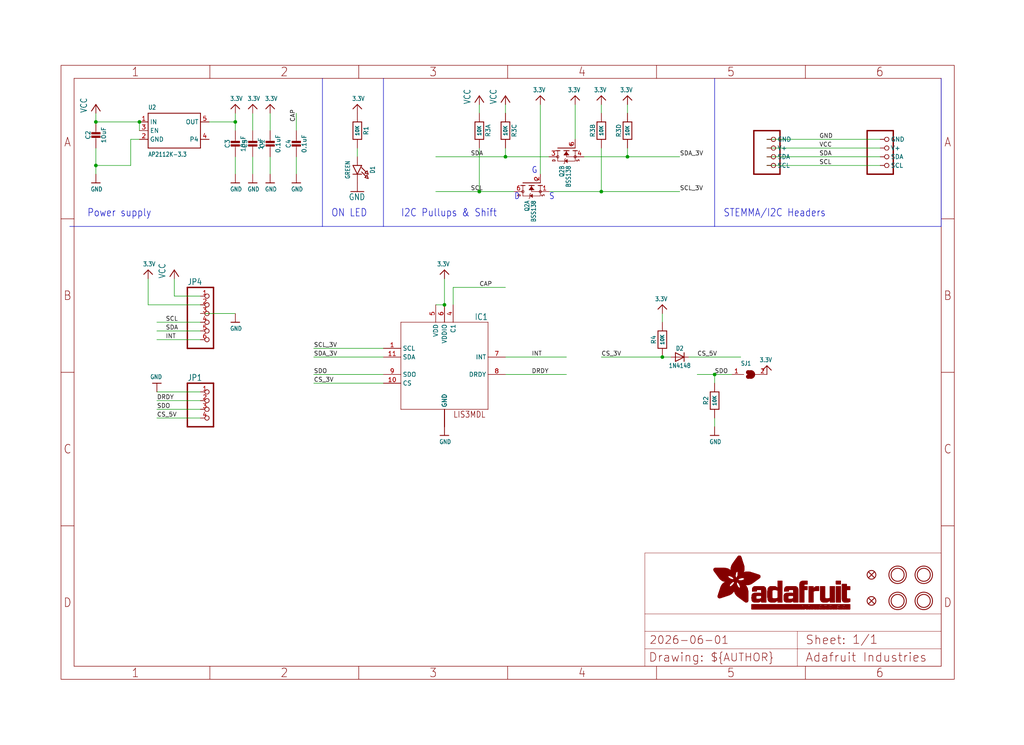
<source format=kicad_sch>
(kicad_sch (version 20230121) (generator eeschema)
  (paper "User" 298.45 217.322)
  (lib_symbols
    (symbol "working-eagle-import:3.3V" (power)
      (property "Value" "3.3V" (at -1.524 1.016 0))
      (symbol "3.3V_1_0"
        (pin power_in line (at 0 -2.54 90) (length 2.54) (name "3.3V") (number "1"))
      )
    )
    (symbol "working-eagle-import:CAP_CERAMIC0603_NO"
      (property "Reference" "C" (at -2.29 1.25 90))
      (symbol "CAP_CERAMIC0603_NO_1_0"
        (pin passive line (at 0 5.08 270) (length 2.54) (name "1") (number "1"))
        (pin passive line (at 0 -2.54 90) (length 2.54) (name "2") (number "2"))
      )
    )
    (symbol "working-eagle-import:CAP_CERAMIC0805-NOOUTLINE"
      (property "Reference" "C" (at -2.29 1.25 90))
      (symbol "CAP_CERAMIC0805-NOOUTLINE_1_0"
        (pin passive line (at 0 5.08 270) (length 2.54) (name "1") (number "1"))
        (pin passive line (at 0 -2.54 90) (length 2.54) (name "2") (number "2"))
      )
    )
    (symbol "working-eagle-import:DIODESOD-323"
      (property "Reference" "D" (at 0 2.54 0))
      (symbol "DIODESOD-323_1_0"
        (pin passive line (at -2.54 0 0) (length 2.54) (name "A") (number "A"))
        (pin passive line (at 2.54 0 180) (length 2.54) (name "C") (number "C"))
      )
    )
    (symbol "working-eagle-import:FIDUCIAL_1MM")
    (symbol "working-eagle-import:FRAME_A4_ADAFRUIT"
      (symbol "FRAME_A4_ADAFRUIT_1_0"
        (text "${#}/${##}" (at 230.505 10.16 0) (effects (font (size 2.54 2.54)) (justify left bottom)))
        (text "${AUTHOR}" (at 189.23 5.08 0) (effects (font (size 2.286 2.286)) (justify left bottom)))
        (text "${CURRENT_DATE}" (at 171.45 10.16 0) (effects (font (size 2.286 2.286)) (justify left bottom)))
        (text "${PROJECTNAME}" (at 171.45 15.24 0) (effects (font (size 2.54 2.54)) (justify left bottom)))
        (text "1" (at 21.6958 1.905 0) (effects (font (size 2.54 2.286))))
        (text "1" (at 21.6958 177.165 0) (effects (font (size 2.54 2.286))))
        (text "2" (at 65.0875 1.905 0) (effects (font (size 2.54 2.286))))
        (text "2" (at 65.0875 177.165 0) (effects (font (size 2.54 2.286))))
        (text "3" (at 108.4792 1.905 0) (effects (font (size 2.54 2.286))))
        (text "3" (at 108.4792 177.165 0) (effects (font (size 2.54 2.286))))
        (text "4" (at 151.8708 1.905 0) (effects (font (size 2.54 2.286))))
        (text "4" (at 151.8708 177.165 0) (effects (font (size 2.54 2.286))))
        (text "5" (at 195.2625 1.905 0) (effects (font (size 2.54 2.286))))
        (text "5" (at 195.2625 177.165 0) (effects (font (size 2.54 2.286))))
        (text "6" (at 238.6542 1.905 0) (effects (font (size 2.54 2.286))))
        (text "6" (at 238.6542 177.165 0) (effects (font (size 2.54 2.286))))
        (text "A" (at 1.905 156.6863 0) (effects (font (size 2.54 2.286))))
        (text "A" (at 258.445 156.6863 0) (effects (font (size 2.54 2.286))))
        (text "Adafruit Industries" (at 216.916 4.953 0) (effects (font (size 2.54 2.54)) (justify left bottom)))
        (text "B" (at 1.905 111.9188 0) (effects (font (size 2.54 2.286))))
        (text "B" (at 258.445 111.9188 0) (effects (font (size 2.54 2.286))))
        (text "C" (at 1.905 67.1513 0) (effects (font (size 2.54 2.286))))
        (text "C" (at 258.445 67.1513 0) (effects (font (size 2.54 2.286))))
        (text "D" (at 1.905 22.3838 0) (effects (font (size 2.54 2.286))))
        (text "D" (at 258.445 22.3838 0) (effects (font (size 2.54 2.286))))
        (text "Drawing:" (at 171.196 4.953 0) (effects (font (size 2.54 2.54)) (justify left bottom)))
        (text "Sheet:" (at 216.916 10.033 0) (effects (font (size 2.54 2.54)) (justify left bottom)))
      )
    )
    (symbol "working-eagle-import:GND" (power)
      (property "Value" "GND" (at -1.524 -2.54 0))
      (symbol "GND_1_0"
        (pin power_in line (at 0 2.54 270) (length 2.54) (name "GND") (number "1"))
      )
    )
    (symbol "working-eagle-import:HEADER-1X4ROUND"
      (property "Reference" "JP" (at -6.35 8.255 0))
      (symbol "HEADER-1X4ROUND_1_0"
        (pin passive inverted (at -2.54 5.08 0) (length 2.54) (name "1") (number "1"))
        (pin passive inverted (at -2.54 2.54 0) (length 2.54) (name "2") (number "2"))
        (pin passive inverted (at -2.54 0 0) (length 2.54) (name "3") (number "3"))
        (pin passive inverted (at -2.54 -2.54 0) (length 2.54) (name "4") (number "4"))
      )
    )
    (symbol "working-eagle-import:HEADER-1X670MIL"
      (property "Reference" "JP" (at -6.35 10.795 0))
      (symbol "HEADER-1X670MIL_1_0"
        (pin passive inverted (at -2.54 7.62 0) (length 2.54) (name "1") (number "1"))
        (pin passive inverted (at -2.54 5.08 0) (length 2.54) (name "2") (number "2"))
        (pin passive inverted (at -2.54 2.54 0) (length 2.54) (name "3") (number "3"))
        (pin passive inverted (at -2.54 0 0) (length 2.54) (name "4") (number "4"))
        (pin passive inverted (at -2.54 -2.54 0) (length 2.54) (name "5") (number "5"))
        (pin passive inverted (at -2.54 -5.08 0) (length 2.54) (name "6") (number "6"))
      )
    )
    (symbol "working-eagle-import:LED0603_NOOUTLINE"
      (property "Reference" "D" (at -1.27 4.445 0))
      (symbol "LED0603_NOOUTLINE_1_0"
        (pin passive line (at -5.08 0 0) (length 2.54) (name "A") (number "A"))
        (pin passive line (at 2.54 0 180) (length 2.54) (name "C") (number "C"))
      )
    )
    (symbol "working-eagle-import:LIS3MDL"
      (property "Reference" "IC" (at 12.7 15.24 0))
      (symbol "LIS3MDL_1_0"
        (text "LIS3MDL" (at 2.54 -15.24 0) (effects (font (size 1.778 1.5113)) (justify left bottom)))
        (pin input line (at -17.78 5.08 0) (length 5.08) (name "SCL") (number "1"))
        (pin input line (at -17.78 -5.08 0) (length 5.08) (name "CS") (number "10"))
        (pin bidirectional line (at -17.78 2.54 0) (length 5.08) (name "SDA") (number "11"))
        (pin power_in line (at 0 -17.78 90) (length 5.08) (name "GND") (number "12"))
        (pin power_in line (at 0 -17.78 90) (length 5.08) (name "GND") (number "2"))
        (pin power_in line (at 0 -17.78 90) (length 5.08) (name "GND") (number "3"))
        (pin input line (at 2.54 17.78 270) (length 5.08) (name "C1") (number "4"))
        (pin power_in line (at -2.54 17.78 270) (length 5.08) (name "VDD") (number "5"))
        (pin power_in line (at 0 17.78 270) (length 5.08) (name "VDDIO") (number "6"))
        (pin output line (at 17.78 2.54 180) (length 5.08) (name "INT") (number "7"))
        (pin output line (at 17.78 -2.54 180) (length 5.08) (name "DRDY") (number "8"))
        (pin bidirectional line (at -17.78 -2.54 0) (length 5.08) (name "SDO") (number "9"))
      )
    )
    (symbol "working-eagle-import:MOSFET-N_DUAL"
      (property "Reference" "Q" (at 5.08 0.635 0))
      (symbol "MOSFET-N_DUAL_1_0"
        (text "D" (at 3.175 3.175 0) (effects (font (size 0.8128 0.6908)) (justify left bottom)))
        (text "G" (at -1.27 -1.905 0) (effects (font (size 0.8128 0.6908)) (justify left bottom)))
        (text "S" (at 3.175 -3.81 0) (effects (font (size 0.8128 0.6908)) (justify left bottom)))
        (pin bidirectional line (at 2.54 -5.08 90) (length 2.54) (name "S") (number "1"))
        (pin bidirectional line (at -2.54 -2.54 0) (length 2.54) (name "G") (number "2"))
        (pin bidirectional line (at 2.54 5.08 270) (length 2.54) (name "D") (number "6"))
      )
      (symbol "MOSFET-N_DUAL_2_0"
        (text "D" (at 3.175 3.175 0) (effects (font (size 0.8128 0.6908)) (justify left bottom)))
        (text "G" (at -1.27 -1.905 0) (effects (font (size 0.8128 0.6908)) (justify left bottom)))
        (text "S" (at 3.175 -3.81 0) (effects (font (size 0.8128 0.6908)) (justify left bottom)))
        (pin bidirectional line (at 2.54 5.08 270) (length 2.54) (name "D") (number "3"))
        (pin bidirectional line (at 2.54 -5.08 90) (length 2.54) (name "S") (number "4"))
        (pin bidirectional line (at -2.54 -2.54 0) (length 2.54) (name "G") (number "5"))
      )
    )
    (symbol "working-eagle-import:MOUNTINGHOLE2.5")
    (symbol "working-eagle-import:RESISTOR_0603_NOOUT"
      (property "Reference" "R" (at 0 2.54 0))
      (symbol "RESISTOR_0603_NOOUT_1_0"
        (pin passive line (at -5.08 0 0) (length 2.54) (name "1") (number "1"))
        (pin passive line (at 5.08 0 180) (length 2.54) (name "2") (number "2"))
      )
    )
    (symbol "working-eagle-import:RESISTOR_4PACK"
      (property "Reference" "R" (at 0 2.54 0))
      (symbol "RESISTOR_4PACK_1_0"
        (pin passive line (at -5.08 0 0) (length 2.54) (name "1") (number "1"))
        (pin passive line (at 5.08 0 180) (length 2.54) (name "2") (number "8"))
      )
      (symbol "RESISTOR_4PACK_2_0"
        (pin passive line (at -5.08 0 0) (length 2.54) (name "1") (number "2"))
        (pin passive line (at 5.08 0 180) (length 2.54) (name "2") (number "7"))
      )
      (symbol "RESISTOR_4PACK_3_0"
        (pin passive line (at -5.08 0 0) (length 2.54) (name "1") (number "3"))
        (pin passive line (at 5.08 0 180) (length 2.54) (name "2") (number "6"))
      )
      (symbol "RESISTOR_4PACK_4_0"
        (pin passive line (at -5.08 0 0) (length 2.54) (name "1") (number "4"))
        (pin passive line (at 5.08 0 180) (length 2.54) (name "2") (number "5"))
      )
    )
    (symbol "working-eagle-import:SOLDERJUMPER"
      (property "Reference" "SJ" (at -2.54 2.54 0))
      (symbol "SOLDERJUMPER_1_0"
        (pin passive line (at -5.08 0 0) (length 2.54) (name "1") (number "1"))
        (pin passive line (at 5.08 0 180) (length 2.54) (name "2") (number "2"))
      )
    )
    (symbol "working-eagle-import:STEMMA_I2C_QT"
      (symbol "STEMMA_I2C_QT_1_0"
        (pin passive inverted (at 0 5.08 0) (length 2.54) (name "GND") (number "1"))
        (pin passive inverted (at 0 2.54 0) (length 2.54) (name "V+") (number "2"))
        (pin passive inverted (at 0 0 0) (length 2.54) (name "SDA") (number "3"))
        (pin passive inverted (at 0 -2.54 0) (length 2.54) (name "SCL") (number "4"))
      )
      (symbol "STEMMA_I2C_QT_2_0"
        (pin bidirectional line (at 0 0 0) (length 5.08) (name "MT") (number "MT1"))
      )
      (symbol "STEMMA_I2C_QT_3_0"
        (pin bidirectional line (at 0 0 0) (length 5.08) (name "MT") (number "MT2"))
      )
    )
    (symbol "working-eagle-import:VCC" (power)
      (property "Value" "VCC" (at -2.54 -2.54 90))
      (symbol "VCC_1_0"
        (pin power_in line (at 0 -2.54 90) (length 2.54) (name "VCC") (number "1"))
      )
    )
    (symbol "working-eagle-import:VREG_SOT23-5"
      (property "Reference" "U" (at -7.62 6.096 0))
      (symbol "VREG_SOT23-5_1_0"
        (pin power_in line (at -10.16 2.54 0) (length 2.54) (name "IN") (number "1"))
        (pin power_in line (at -10.16 -2.54 0) (length 2.54) (name "GND") (number "2"))
        (pin input line (at -10.16 0 0) (length 2.54) (name "EN") (number "3"))
        (pin bidirectional line (at 10.16 -2.54 180) (length 2.54) (name "P4") (number "4"))
        (pin power_in line (at 10.16 2.54 180) (length 2.54) (name "OUT") (number "5"))
      )
    )
    (symbol "working-eagle-import:supply1_GND" (power)
      (property "Value" "supply1_GND" (at -2.54 -2.54 0))
      (symbol "supply1_GND_1_0"
        (pin power_in line (at 0 2.54 270) (length 2.54) (name "GND") (number "1"))
      )
    )
  )
  (junction (at 27.94 35.56))
  (junction (at 27.94 48.26))
  (junction (at 129.54 88.9))
  (junction (at 193.04 104.14))
  (junction (at 182.88 45.72))
  (junction (at 40.64 35.56))
  (junction (at 208.28 109.22))
  (junction (at 139.7 55.88))
  (junction (at 147.32 45.72))
  (junction (at 175.26 55.88))
  (junction (at 68.58 35.56))
  (wire (pts (xy 139.7 55.88) (xy 127 55.88)) (stroke (width 0.1524)))
  (polyline (pts (xy 20.32 66.04) (xy 93.98 66.04)) (stroke (width 0.1524) (type solid)))
  (wire (pts (xy 208.28 111.76) (xy 208.28 109.22)) (stroke (width 0.1524)))
  (wire (pts (xy 38.1 48.26) (xy 27.94 48.26)) (stroke (width 0.1524)))
  (wire (pts (xy 132.08 88.9) (xy 132.08 83.82)) (stroke (width 0.1524)))
  (wire (pts (xy 50.8 86.36) (xy 50.8 81.28)) (stroke (width 0.1524)))
  (polyline (pts (xy 93.98 66.04) (xy 111.76 66.04)) (stroke (width 0.1524) (type solid)))
  (wire (pts (xy 223.52 43.18) (xy 256.54 43.18)) (stroke (width 0.1524)))
  (wire (pts (xy 167.64 40.64) (xy 167.64 30.48)) (stroke (width 0.1524)))
  (polyline (pts (xy 111.76 22.86) (xy 111.76 66.04)) (stroke (width 0.1524) (type solid)))
  (wire (pts (xy 111.76 109.22) (xy 91.44 109.22)) (stroke (width 0.1524)))
  (wire (pts (xy 208.28 109.22) (xy 203.2 109.22)) (stroke (width 0.1524)))
  (wire (pts (xy 58.42 88.9) (xy 43.18 88.9)) (stroke (width 0.1524)))
  (wire (pts (xy 58.42 116.84) (xy 45.72 116.84)) (stroke (width 0.1524)))
  (wire (pts (xy 68.58 35.56) (xy 68.58 33.02)) (stroke (width 0.1524)))
  (wire (pts (xy 200.66 104.14) (xy 215.9 104.14)) (stroke (width 0.1524)))
  (wire (pts (xy 165.1 109.22) (xy 147.32 109.22)) (stroke (width 0.1524)))
  (wire (pts (xy 182.88 43.18) (xy 182.88 45.72)) (stroke (width 0.1524)))
  (wire (pts (xy 147.32 33.02) (xy 147.32 30.48)) (stroke (width 0.1524)))
  (wire (pts (xy 127 88.9) (xy 129.54 88.9)) (stroke (width 0.1524)))
  (wire (pts (xy 139.7 43.18) (xy 139.7 55.88)) (stroke (width 0.1524)))
  (polyline (pts (xy 111.76 66.04) (xy 208.28 66.04)) (stroke (width 0.1524) (type solid)))
  (wire (pts (xy 45.72 114.3) (xy 58.42 114.3)) (stroke (width 0.1524)))
  (wire (pts (xy 40.64 40.64) (xy 38.1 40.64)) (stroke (width 0.1524)))
  (wire (pts (xy 27.94 48.26) (xy 27.94 43.18)) (stroke (width 0.1524)))
  (wire (pts (xy 27.94 33.02) (xy 27.94 35.56)) (stroke (width 0.1524)))
  (wire (pts (xy 175.26 55.88) (xy 198.12 55.88)) (stroke (width 0.1524)))
  (wire (pts (xy 86.36 45.72) (xy 86.36 50.8)) (stroke (width 0.1524)))
  (wire (pts (xy 193.04 104.14) (xy 175.26 104.14)) (stroke (width 0.1524)))
  (wire (pts (xy 58.42 91.44) (xy 68.58 91.44)) (stroke (width 0.1524)))
  (wire (pts (xy 175.26 33.02) (xy 175.26 30.48)) (stroke (width 0.1524)))
  (wire (pts (xy 40.64 38.1) (xy 40.64 35.56)) (stroke (width 0.1524)))
  (wire (pts (xy 147.32 104.14) (xy 165.1 104.14)) (stroke (width 0.1524)))
  (wire (pts (xy 86.36 33.02) (xy 86.36 38.1)) (stroke (width 0.1524)))
  (wire (pts (xy 160.02 45.72) (xy 147.32 45.72)) (stroke (width 0.1524)))
  (polyline (pts (xy 274.32 22.86) (xy 274.32 66.04)) (stroke (width 0.1524) (type solid)))
  (wire (pts (xy 58.42 121.92) (xy 45.72 121.92)) (stroke (width 0.1524)))
  (wire (pts (xy 91.44 104.14) (xy 111.76 104.14)) (stroke (width 0.1524)))
  (wire (pts (xy 43.18 88.9) (xy 43.18 81.28)) (stroke (width 0.1524)))
  (wire (pts (xy 193.04 93.98) (xy 193.04 91.44)) (stroke (width 0.1524)))
  (wire (pts (xy 139.7 30.48) (xy 139.7 33.02)) (stroke (width 0.1524)))
  (wire (pts (xy 68.58 45.72) (xy 68.58 50.8)) (stroke (width 0.1524)))
  (polyline (pts (xy 93.98 22.86) (xy 93.98 66.04)) (stroke (width 0.1524) (type solid)))
  (wire (pts (xy 111.76 101.6) (xy 91.44 101.6)) (stroke (width 0.1524)))
  (wire (pts (xy 73.66 38.1) (xy 73.66 33.02)) (stroke (width 0.1524)))
  (wire (pts (xy 208.28 109.22) (xy 213.36 109.22)) (stroke (width 0.1524)))
  (wire (pts (xy 149.86 55.88) (xy 139.7 55.88)) (stroke (width 0.1524)))
  (wire (pts (xy 223.52 48.26) (xy 256.54 48.26)) (stroke (width 0.1524)))
  (wire (pts (xy 175.26 43.18) (xy 175.26 55.88)) (stroke (width 0.1524)))
  (wire (pts (xy 58.42 93.98) (xy 45.72 93.98)) (stroke (width 0.1524)))
  (wire (pts (xy 58.42 96.52) (xy 45.72 96.52)) (stroke (width 0.1524)))
  (wire (pts (xy 73.66 45.72) (xy 73.66 50.8)) (stroke (width 0.1524)))
  (wire (pts (xy 38.1 40.64) (xy 38.1 48.26)) (stroke (width 0.1524)))
  (polyline (pts (xy 208.28 22.86) (xy 208.28 66.04)) (stroke (width 0.1524) (type solid)))
  (wire (pts (xy 129.54 88.9) (xy 129.54 81.28)) (stroke (width 0.1524)))
  (wire (pts (xy 104.14 45.72) (xy 104.14 43.18)) (stroke (width 0.1524)))
  (polyline (pts (xy 208.28 66.04) (xy 274.32 66.04)) (stroke (width 0.1524) (type solid)))
  (wire (pts (xy 111.76 111.76) (xy 91.44 111.76)) (stroke (width 0.1524)))
  (wire (pts (xy 68.58 35.56) (xy 68.58 38.1)) (stroke (width 0.1524)))
  (wire (pts (xy 170.18 45.72) (xy 182.88 45.72)) (stroke (width 0.1524)))
  (wire (pts (xy 157.48 50.8) (xy 157.48 30.48)) (stroke (width 0.1524)))
  (wire (pts (xy 208.28 124.46) (xy 208.28 121.92)) (stroke (width 0.1524)))
  (wire (pts (xy 256.54 40.64) (xy 223.52 40.64)) (stroke (width 0.1524)))
  (wire (pts (xy 132.08 83.82) (xy 147.32 83.82)) (stroke (width 0.1524)))
  (wire (pts (xy 256.54 45.72) (xy 223.52 45.72)) (stroke (width 0.1524)))
  (wire (pts (xy 147.32 43.18) (xy 147.32 45.72)) (stroke (width 0.1524)))
  (wire (pts (xy 58.42 86.36) (xy 50.8 86.36)) (stroke (width 0.1524)))
  (wire (pts (xy 78.74 33.02) (xy 78.74 38.1)) (stroke (width 0.1524)))
  (wire (pts (xy 58.42 99.06) (xy 45.72 99.06)) (stroke (width 0.1524)))
  (wire (pts (xy 78.74 45.72) (xy 78.74 50.8)) (stroke (width 0.1524)))
  (wire (pts (xy 58.42 119.38) (xy 45.72 119.38)) (stroke (width 0.1524)))
  (wire (pts (xy 182.88 33.02) (xy 182.88 30.48)) (stroke (width 0.1524)))
  (wire (pts (xy 60.96 35.56) (xy 68.58 35.56)) (stroke (width 0.1524)))
  (wire (pts (xy 40.64 35.56) (xy 27.94 35.56)) (stroke (width 0.1524)))
  (wire (pts (xy 27.94 48.26) (xy 27.94 50.8)) (stroke (width 0.1524)))
  (wire (pts (xy 195.58 104.14) (xy 193.04 104.14)) (stroke (width 0.1524)))
  (wire (pts (xy 147.32 45.72) (xy 127 45.72)) (stroke (width 0.1524)))
  (wire (pts (xy 160.02 55.88) (xy 175.26 55.88)) (stroke (width 0.1524)))
  (wire (pts (xy 182.88 45.72) (xy 198.12 45.72)) (stroke (width 0.1524)))
  (text "Power supply" (at 25.4 63.5 0) (effects (font (size 2.1844 1.8567)) (justify left bottom)))
  (text "ON LED" (at 96.52 63.5 0) (effects (font (size 2.1844 1.8567)) (justify left bottom)))
  (text "STEMMA/I2C Headers" (at 210.82 63.5 0) (effects (font (size 2.1844 1.8567)) (justify left bottom)))
  (text "I2C Pullups & Shift" (at 116.84 63.5 0) (effects (font (size 2.1844 1.8567)) (justify left bottom)))
  (text "G" (at 154.94 50.8 0) (effects (font (size 1.778 1.5113)) (justify left bottom)))
  (text "D" (at 149.86 58.42 0) (effects (font (size 1.778 1.5113)) (justify left bottom)))
  (text "S" (at 160.02 58.42 0) (effects (font (size 1.778 1.5113)) (justify left bottom)))
  (label "SDO" (at 208.28 109.22 0) (effects (font (size 1.2446 1.2446))))
  (label "SDA" (at 48.26 96.52 0) (effects (font (size 1.2446 1.2446))))
  (label "CS_3V" (at 91.44 111.76 0) (effects (font (size 1.2446 1.2446))))
  (label "SCL_3V" (at 91.44 101.6 0) (effects (font (size 1.2446 1.2446))))
  (label "VCC" (at 238.76 43.18 0) (effects (font (size 1.2446 1.2446))))
  (label "SCL" (at 48.26 93.98 0) (effects (font (size 1.2446 1.2446))))
  (label "SDA_3V" (at 198.12 45.72 0) (effects (font (size 1.2446 1.2446))))
  (label "SDA" (at 137.16 45.72 0) (effects (font (size 1.2446 1.2446))))
  (label "CS_3V" (at 175.26 104.14 0) (effects (font (size 1.2446 1.2446))))
  (label "CS_5V" (at 45.72 121.92 0) (effects (font (size 1.2446 1.2446))))
  (label "SCL" (at 238.76 48.26 0) (effects (font (size 1.2446 1.2446))))
  (label "INT" (at 48.26 99.06 0) (effects (font (size 1.2446 1.2446))))
  (label "GND" (at 238.76 40.64 0) (effects (font (size 1.2446 1.2446))))
  (label "SCL_3V" (at 198.12 55.88 0) (effects (font (size 1.2446 1.2446))))
  (label "CS_5V" (at 203.2 104.14 0) (effects (font (size 1.2446 1.2446))))
  (label "SDO" (at 91.44 109.22 0) (effects (font (size 1.2446 1.2446))))
  (label "SDA_3V" (at 91.44 104.14 0) (effects (font (size 1.2446 1.2446))))
  (label "DRDY" (at 45.72 116.84 0) (effects (font (size 1.2446 1.2446))))
  (label "CAP" (at 86.36 35.56 90) (effects (font (size 1.2446 1.2446))))
  (label "INT" (at 154.94 104.14 0) (effects (font (size 1.2446 1.2446))))
  (label "SDO" (at 45.72 119.38 0) (effects (font (size 1.2446 1.2446))))
  (label "SCL" (at 137.16 55.88 0) (effects (font (size 1.2446 1.2446))))
  (label "CAP" (at 139.7 83.82 0) (effects (font (size 1.2446 1.2446))))
  (label "DRDY" (at 154.94 109.22 0) (effects (font (size 1.2446 1.2446))))
  (label "SDA" (at 238.76 45.72 0) (effects (font (size 1.2446 1.2446))))
  (symbol (lib_id "working-eagle-import:RESISTOR_4PACK") (at 139.7 38.1 270) (unit 1)
    (property "Reference" "R3" (at 142.24 38.1 0))
    (property "Value" "10K" (at 139.7 38.1 0) (effects (font (size 1.016 1.016) bold)))
    (property "Footprint" "working:RESPACK_4X0603" (effects hide))
  )
  (symbol (lib_id "working-eagle-import:VCC") (at 139.7 27.94 0) (unit 1)
    (property "Reference" "#P+1" (effects hide))
    (property "Value" "VCC" (at 137.16 30.48 90) (effects (font (size 1.778 1.5113)) (justify left bottom)))
  )
  (symbol (lib_id "working-eagle-import:HEADER-1X670MIL") (at 60.96 93.98 0) (unit 1)
    (property "Reference" "JP4" (at 54.61 83.185 0) (effects (font (size 1.778 1.5113)) (justify left bottom)))
    (property "Value" "HEADER-1X670MIL" (effects hide))
    (property "Footprint" "working:1X06_ROUND_70" (effects hide))
  )
  (symbol (lib_id "working-eagle-import:RESISTOR_0603_NOOUT") (at 104.14 38.1 270) (unit 1)
    (property "Reference" "R1" (at 106.68 38.1 0))
    (property "Value" "10K" (at 104.14 38.1 0) (effects (font (size 1.016 1.016) bold)))
    (property "Footprint" "working:0603-NO" (effects hide))
  )
  (symbol (lib_id "working-eagle-import:3.3V") (at 157.48 27.94 0) (mirror y) (unit 1)
    (property "Reference" "#U$26" (effects hide))
    (property "Value" "3.3V" (at 159.004 26.924 0) (effects (font (size 1.27 1.0795)) (justify left bottom)))
  )
  (symbol (lib_id "working-eagle-import:LIS3MDL") (at 129.54 106.68 0) (unit 1)
    (property "Reference" "IC1" (at 142.24 91.44 0) (effects (font (size 1.778 1.5113)) (justify right top)))
    (property "Value" "LIS3MDL" (effects hide))
    (property "Footprint" "working:LGA12_2X2MM" (effects hide))
  )
  (symbol (lib_id "working-eagle-import:3.3V") (at 78.74 30.48 0) (unit 1)
    (property "Reference" "#U$14" (effects hide))
    (property "Value" "3.3V" (at 77.216 29.464 0) (effects (font (size 1.27 1.0795)) (justify left bottom)))
  )
  (symbol (lib_id "working-eagle-import:3.3V") (at 73.66 30.48 0) (unit 1)
    (property "Reference" "#U$22" (effects hide))
    (property "Value" "3.3V" (at 72.136 29.464 0) (effects (font (size 1.27 1.0795)) (justify left bottom)))
  )
  (symbol (lib_id "working-eagle-import:GND") (at 27.94 53.34 0) (unit 1)
    (property "Reference" "#U$13" (effects hide))
    (property "Value" "GND" (at 26.416 55.88 0) (effects (font (size 1.27 1.0795)) (justify left bottom)))
  )
  (symbol (lib_id "working-eagle-import:3.3V") (at 182.88 27.94 0) (mirror y) (unit 1)
    (property "Reference" "#U$7" (effects hide))
    (property "Value" "3.3V" (at 184.404 26.924 0) (effects (font (size 1.27 1.0795)) (justify left bottom)))
  )
  (symbol (lib_id "working-eagle-import:MOSFET-N_DUAL") (at 154.94 53.34 90) (mirror x) (unit 1)
    (property "Reference" "Q2" (at 154.305 58.42 0) (effects (font (size 1.27 1.0795)) (justify left bottom)))
    (property "Value" "BSS138" (at 156.21 58.42 0) (effects (font (size 1.27 1.0795)) (justify left bottom)))
    (property "Footprint" "working:SOT363" (effects hide))
  )
  (symbol (lib_id "working-eagle-import:CAP_CERAMIC0603_NO") (at 86.36 43.18 0) (unit 1)
    (property "Reference" "C4" (at 84.07 41.93 90))
    (property "Value" "0.1uF" (at 88.66 41.93 90))
    (property "Footprint" "working:0603-NO" (effects hide))
  )
  (symbol (lib_id "working-eagle-import:3.3V") (at 175.26 27.94 0) (mirror y) (unit 1)
    (property "Reference" "#U$24" (effects hide))
    (property "Value" "3.3V" (at 176.784 26.924 0) (effects (font (size 1.27 1.0795)) (justify left bottom)))
  )
  (symbol (lib_id "working-eagle-import:GND") (at 73.66 53.34 0) (unit 1)
    (property "Reference" "#U$27" (effects hide))
    (property "Value" "GND" (at 72.136 55.88 0) (effects (font (size 1.27 1.0795)) (justify left bottom)))
  )
  (symbol (lib_id "working-eagle-import:RESISTOR_4PACK") (at 147.32 38.1 270) (unit 3)
    (property "Reference" "R3" (at 149.86 38.1 0))
    (property "Value" "10K" (at 147.32 38.1 0) (effects (font (size 1.016 1.016) bold)))
    (property "Footprint" "working:RESPACK_4X0603" (effects hide))
  )
  (symbol (lib_id "working-eagle-import:supply1_GND") (at 104.14 55.88 0) (unit 1)
    (property "Reference" "#GND6" (effects hide))
    (property "Value" "GND" (at 101.6 58.42 0) (effects (font (size 1.778 1.5113)) (justify left bottom)))
  )
  (symbol (lib_id "working-eagle-import:GND") (at 68.58 93.98 0) (unit 1)
    (property "Reference" "#U$10" (effects hide))
    (property "Value" "GND" (at 67.056 96.52 0) (effects (font (size 1.27 1.0795)) (justify left bottom)))
  )
  (symbol (lib_id "working-eagle-import:VCC") (at 27.94 30.48 0) (unit 1)
    (property "Reference" "#P+3" (effects hide))
    (property "Value" "VCC" (at 25.4 33.02 90) (effects (font (size 1.778 1.5113)) (justify left bottom)))
  )
  (symbol (lib_id "working-eagle-import:3.3V") (at 68.58 30.48 0) (unit 1)
    (property "Reference" "#U$15" (effects hide))
    (property "Value" "3.3V" (at 67.056 29.464 0) (effects (font (size 1.27 1.0795)) (justify left bottom)))
  )
  (symbol (lib_id "working-eagle-import:HEADER-1X4ROUND") (at 60.96 119.38 0) (unit 1)
    (property "Reference" "JP1" (at 54.61 111.125 0) (effects (font (size 1.778 1.5113)) (justify left bottom)))
    (property "Value" "HEADER-1X4ROUND" (effects hide))
    (property "Footprint" "working:1X04_ROUND" (effects hide))
  )
  (symbol (lib_id "working-eagle-import:3.3V") (at 104.14 30.48 0) (unit 1)
    (property "Reference" "#U$3" (effects hide))
    (property "Value" "3.3V" (at 102.616 29.464 0) (effects (font (size 1.27 1.0795)) (justify left bottom)))
  )
  (symbol (lib_id "working-eagle-import:3.3V") (at 43.18 78.74 0) (unit 1)
    (property "Reference" "#U$16" (effects hide))
    (property "Value" "3.3V" (at 41.656 77.724 0) (effects (font (size 1.27 1.0795)) (justify left bottom)))
  )
  (symbol (lib_id "working-eagle-import:STEMMA_I2C_QT") (at 256.54 45.72 0) (unit 1)
    (property "Reference" "CONN4" (effects hide))
    (property "Value" "STEMMA_I2C_QT" (effects hide))
    (property "Footprint" "working:JST_SH4" (effects hide))
  )
  (symbol (lib_id "working-eagle-import:GND") (at 86.36 53.34 0) (unit 1)
    (property "Reference" "#U$9" (effects hide))
    (property "Value" "GND" (at 84.836 55.88 0) (effects (font (size 1.27 1.0795)) (justify left bottom)))
  )
  (symbol (lib_id "working-eagle-import:SOLDERJUMPER") (at 218.44 109.22 0) (unit 1)
    (property "Reference" "SJ1" (at 215.9 106.68 0) (effects (font (size 1.27 1.0795)) (justify left bottom)))
    (property "Value" "SOLDERJUMPER" (effects hide))
    (property "Footprint" "working:SOLDERJUMPER_ARROW_NOPASTE" (effects hide))
  )
  (symbol (lib_id "working-eagle-import:GND") (at 208.28 127 0) (unit 1)
    (property "Reference" "#U$20" (effects hide))
    (property "Value" "GND" (at 206.756 129.54 0) (effects (font (size 1.27 1.0795)) (justify left bottom)))
  )
  (symbol (lib_id "working-eagle-import:RESISTOR_0603_NOOUT") (at 208.28 116.84 90) (unit 1)
    (property "Reference" "R2" (at 205.74 116.84 0))
    (property "Value" "10K" (at 208.28 116.84 0) (effects (font (size 1.016 1.016) bold)))
    (property "Footprint" "working:0603-NO" (effects hide))
  )
  (symbol (lib_id "working-eagle-import:GND") (at 129.54 127 0) (unit 1)
    (property "Reference" "#U$2" (effects hide))
    (property "Value" "GND" (at 128.016 129.54 0) (effects (font (size 1.27 1.0795)) (justify left bottom)))
  )
  (symbol (lib_id "working-eagle-import:VCC") (at 147.32 27.94 0) (unit 1)
    (property "Reference" "#P+2" (effects hide))
    (property "Value" "VCC" (at 144.78 30.48 90) (effects (font (size 1.778 1.5113)) (justify left bottom)))
  )
  (symbol (lib_id "working-eagle-import:FIDUCIAL_1MM") (at 254 167.64 0) (unit 1)
    (property "Reference" "FID4" (effects hide))
    (property "Value" "FIDUCIAL_1MM" (effects hide))
    (property "Footprint" "working:FIDUCIAL_1MM" (effects hide))
  )
  (symbol (lib_id "working-eagle-import:RESISTOR_4PACK") (at 182.88 38.1 90) (mirror x) (unit 4)
    (property "Reference" "R3" (at 180.34 38.1 0))
    (property "Value" "10K" (at 182.88 38.1 0) (effects (font (size 1.016 1.016) bold)))
    (property "Footprint" "working:RESPACK_4X0603" (effects hide))
  )
  (symbol (lib_id "working-eagle-import:FRAME_A4_ADAFRUIT") (at 17.78 198.12 0) (unit 1)
    (property "Reference" "#U$18" (effects hide))
    (property "Value" "FRAME_A4_ADAFRUIT" (effects hide))
  )
  (symbol (lib_id "working-eagle-import:CAP_CERAMIC0805-NOOUTLINE") (at 68.58 43.18 0) (unit 1)
    (property "Reference" "C3" (at 66.29 41.93 90))
    (property "Value" "10uF" (at 70.88 41.93 90))
    (property "Footprint" "working:0805-NO" (effects hide))
  )
  (symbol (lib_id "working-eagle-import:MOUNTINGHOLE2.5") (at 261.62 167.64 0) (unit 1)
    (property "Reference" "U$17" (effects hide))
    (property "Value" "MOUNTINGHOLE2.5" (effects hide))
    (property "Footprint" "working:MOUNTINGHOLE_2.5_PLATED" (effects hide))
  )
  (symbol (lib_id "working-eagle-import:3.3V") (at 129.54 78.74 0) (mirror y) (unit 1)
    (property "Reference" "#U$4" (effects hide))
    (property "Value" "3.3V" (at 131.064 77.724 0) (effects (font (size 1.27 1.0795)) (justify left bottom)))
  )
  (symbol (lib_id "working-eagle-import:MOUNTINGHOLE2.5") (at 269.24 167.64 0) (unit 1)
    (property "Reference" "U$19" (effects hide))
    (property "Value" "MOUNTINGHOLE2.5" (effects hide))
    (property "Footprint" "working:MOUNTINGHOLE_2.5_PLATED" (effects hide))
  )
  (symbol (lib_id "working-eagle-import:GND") (at 78.74 53.34 0) (unit 1)
    (property "Reference" "#U$6" (effects hide))
    (property "Value" "GND" (at 77.216 55.88 0) (effects (font (size 1.27 1.0795)) (justify left bottom)))
  )
  (symbol (lib_id "working-eagle-import:3.3V") (at 193.04 88.9 0) (mirror y) (unit 1)
    (property "Reference" "#U$12" (effects hide))
    (property "Value" "3.3V" (at 194.564 87.884 0) (effects (font (size 1.27 1.0795)) (justify left bottom)))
  )
  (symbol (lib_id "working-eagle-import:3.3V") (at 167.64 27.94 0) (mirror y) (unit 1)
    (property "Reference" "#U$23" (effects hide))
    (property "Value" "3.3V" (at 169.164 26.924 0) (effects (font (size 1.27 1.0795)) (justify left bottom)))
  )
  (symbol (lib_id "working-eagle-import:DIODESOD-323") (at 198.12 104.14 0) (unit 1)
    (property "Reference" "D2" (at 198.12 101.6 0) (effects (font (size 1.27 1.0795))))
    (property "Value" "1N4148" (at 198.12 106.64 0) (effects (font (size 1.27 1.0795))))
    (property "Footprint" "working:SOD-323" (effects hide))
  )
  (symbol (lib_id "working-eagle-import:RESISTOR_4PACK") (at 175.26 38.1 90) (mirror x) (unit 2)
    (property "Reference" "R3" (at 172.72 38.1 0))
    (property "Value" "10K" (at 175.26 38.1 0) (effects (font (size 1.016 1.016) bold)))
    (property "Footprint" "working:RESPACK_4X0603" (effects hide))
  )
  (symbol (lib_id "working-eagle-import:RESISTOR_0603_NOOUT") (at 193.04 99.06 90) (unit 1)
    (property "Reference" "R4" (at 190.5 99.06 0))
    (property "Value" "10K" (at 193.04 99.06 0) (effects (font (size 1.016 1.016) bold)))
    (property "Footprint" "working:0603-NO" (effects hide))
  )
  (symbol (lib_id "working-eagle-import:MOUNTINGHOLE2.5") (at 261.62 175.26 0) (unit 1)
    (property "Reference" "U$1" (effects hide))
    (property "Value" "MOUNTINGHOLE2.5" (effects hide))
    (property "Footprint" "working:MOUNTINGHOLE_2.5_PLATED" (effects hide))
  )
  (symbol (lib_id "working-eagle-import:VCC") (at 50.8 78.74 0) (unit 1)
    (property "Reference" "#P+4" (effects hide))
    (property "Value" "VCC" (at 48.26 81.28 90) (effects (font (size 1.778 1.5113)) (justify left bottom)))
  )
  (symbol (lib_id "working-eagle-import:MOUNTINGHOLE2.5") (at 269.24 175.26 0) (unit 1)
    (property "Reference" "U$21" (effects hide))
    (property "Value" "MOUNTINGHOLE2.5" (effects hide))
    (property "Footprint" "working:MOUNTINGHOLE_2.5_PLATED" (effects hide))
  )
  (symbol (lib_id "working-eagle-import:VREG_SOT23-5") (at 50.8 38.1 0) (unit 1)
    (property "Reference" "U2" (at 43.18 32.004 0) (effects (font (size 1.27 1.0795)) (justify left bottom)))
    (property "Value" "AP2112K-3.3" (at 43.18 45.72 0) (effects (font (size 1.27 1.0795)) (justify left bottom)))
    (property "Footprint" "working:SOT23-5" (effects hide))
  )
  (symbol (lib_id "working-eagle-import:CAP_CERAMIC0603_NO") (at 78.74 43.18 0) (unit 1)
    (property "Reference" "C1" (at 76.45 41.93 90))
    (property "Value" "0.1uF" (at 81.04 41.93 90))
    (property "Footprint" "working:0603-NO" (effects hide))
  )
  (symbol (lib_id "working-eagle-import:CAP_CERAMIC0805-NOOUTLINE") (at 27.94 40.64 0) (unit 1)
    (property "Reference" "C2" (at 25.65 39.39 90))
    (property "Value" "10uF" (at 30.24 39.39 90))
    (property "Footprint" "working:0805-NO" (effects hide))
  )
  (symbol (lib_id "working-eagle-import:STEMMA_I2C_QT") (at 223.52 45.72 0) (unit 1)
    (property "Reference" "CONN3" (effects hide))
    (property "Value" "STEMMA_I2C_QT" (effects hide))
    (property "Footprint" "working:JST_SH4" (effects hide))
  )
  (symbol (lib_id "working-eagle-import:FIDUCIAL_1MM") (at 254 175.26 0) (unit 1)
    (property "Reference" "FID3" (effects hide))
    (property "Value" "FIDUCIAL_1MM" (effects hide))
    (property "Footprint" "working:FIDUCIAL_1MM" (effects hide))
  )
  (symbol (lib_id "working-eagle-import:MOSFET-N_DUAL") (at 165.1 43.18 90) (mirror x) (unit 2)
    (property "Reference" "Q2" (at 164.465 48.26 0) (effects (font (size 1.27 1.0795)) (justify left bottom)))
    (property "Value" "BSS138" (at 166.37 48.26 0) (effects (font (size 1.27 1.0795)) (justify left bottom)))
    (property "Footprint" "working:SOT363" (effects hide))
  )
  (symbol (lib_id "working-eagle-import:GND") (at 45.72 111.76 180) (unit 1)
    (property "Reference" "#U$8" (effects hide))
    (property "Value" "GND" (at 47.244 109.22 0) (effects (font (size 1.27 1.0795)) (justify left bottom)))
  )
  (symbol (lib_id "working-eagle-import:3.3V") (at 223.52 106.68 0) (mirror y) (unit 1)
    (property "Reference" "#U$28" (effects hide))
    (property "Value" "3.3V" (at 225.044 105.664 0) (effects (font (size 1.27 1.0795)) (justify left bottom)))
  )
  (symbol (lib_id "working-eagle-import:GND") (at 68.58 53.34 0) (unit 1)
    (property "Reference" "#U$5" (effects hide))
    (property "Value" "GND" (at 67.056 55.88 0) (effects (font (size 1.27 1.0795)) (justify left bottom)))
  )
  (symbol (lib_id "working-eagle-import:CAP_CERAMIC0603_NO") (at 73.66 43.18 0) (unit 1)
    (property "Reference" "C5" (at 71.37 41.93 90))
    (property "Value" "1uF" (at 75.96 41.93 90))
    (property "Footprint" "working:0603-NO" (effects hide))
  )
  (symbol (lib_id "working-eagle-import:LED0603_NOOUTLINE") (at 104.14 50.8 270) (unit 1)
    (property "Reference" "D1" (at 108.585 49.53 0) (effects (font (size 1.27 1.0795))))
    (property "Value" "GREEN" (at 101.346 49.53 0) (effects (font (size 1.27 1.0795))))
    (property "Footprint" "working:CHIPLED_0603_NOOUTLINE" (effects hide))
  )
)
</source>
